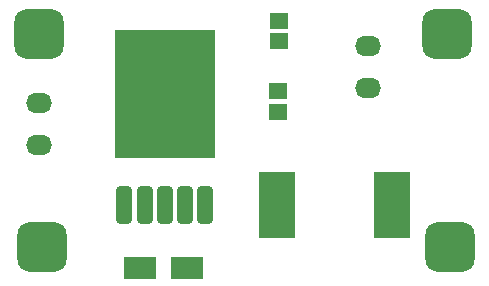
<source format=gts>
G04*
G04 #@! TF.GenerationSoftware,Altium Limited,Altium Designer,23.2.1 (34)*
G04*
G04 Layer_Color=8388736*
%FSLAX25Y25*%
%MOIN*%
G70*
G04*
G04 #@! TF.SameCoordinates,563C74A3-C083-4828-BA4E-F0EE4E1FBB61*
G04*
G04*
G04 #@! TF.FilePolarity,Negative*
G04*
G01*
G75*
%ADD17R,0.12217X0.22060*%
%ADD18R,0.10642X0.07493*%
%ADD19R,0.06115X0.05328*%
%ADD20R,0.33792X0.42768*%
G04:AMPARAMS|DCode=21|XSize=55.24mil|YSize=126.7mil|CornerRadius=15.81mil|HoleSize=0mil|Usage=FLASHONLY|Rotation=0.000|XOffset=0mil|YOffset=0mil|HoleType=Round|Shape=RoundedRectangle|*
%AMROUNDEDRECTD21*
21,1,0.05524,0.09508,0,0,0.0*
21,1,0.02362,0.12670,0,0,0.0*
1,1,0.03162,0.01181,-0.04754*
1,1,0.03162,-0.01181,-0.04754*
1,1,0.03162,-0.01181,0.04754*
1,1,0.03162,0.01181,0.04754*
%
%ADD21ROUNDEDRECTD21*%
G04:AMPARAMS|DCode=22|XSize=165.48mil|YSize=165.48mil|CornerRadius=43.37mil|HoleSize=0mil|Usage=FLASHONLY|Rotation=0.000|XOffset=0mil|YOffset=0mil|HoleType=Round|Shape=RoundedRectangle|*
%AMROUNDEDRECTD22*
21,1,0.16548,0.07874,0,0,0.0*
21,1,0.07874,0.16548,0,0,0.0*
1,1,0.08674,0.03937,-0.03937*
1,1,0.08674,-0.03937,-0.03937*
1,1,0.08674,-0.03937,0.03937*
1,1,0.08674,0.03937,0.03937*
%
%ADD22ROUNDEDRECTD22*%
%ADD23O,0.08674X0.06706*%
D17*
X618595Y226000D02*
D03*
X580406D02*
D03*
D18*
X534626Y205000D02*
D03*
X550374D02*
D03*
D19*
X581000Y287445D02*
D03*
Y280555D02*
D03*
X580500Y263945D02*
D03*
Y257055D02*
D03*
D20*
X542950Y262900D02*
D03*
D21*
X536200Y225900D02*
D03*
X556450D02*
D03*
X549700D02*
D03*
X542950D02*
D03*
X529450D02*
D03*
D22*
X502000Y212000D02*
D03*
X501000Y283000D02*
D03*
X637000D02*
D03*
X638000Y212000D02*
D03*
D23*
X501000Y259890D02*
D03*
Y246110D02*
D03*
X610500Y278890D02*
D03*
Y265110D02*
D03*
M02*

</source>
